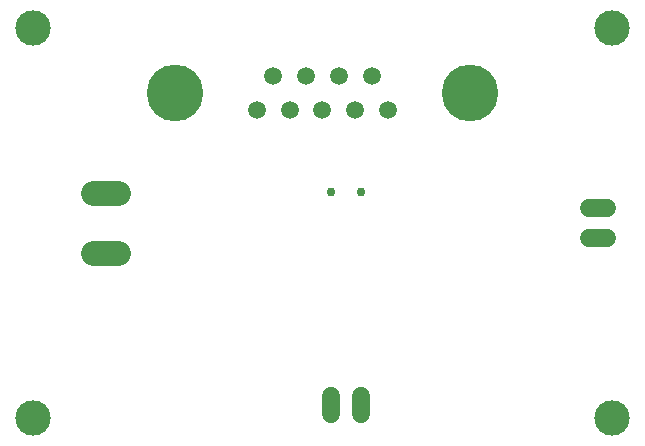
<source format=gbs>
G75*
%MOIN*%
%OFA0B0*%
%FSLAX25Y25*%
%IPPOS*%
%LPD*%
%AMOC8*
5,1,8,0,0,1.08239X$1,22.5*
%
%ADD10C,0.05906*%
%ADD11C,0.18898*%
%ADD12C,0.11811*%
%ADD13C,0.06000*%
%ADD14C,0.08250*%
%ADD15C,0.02953*%
D10*
X0116744Y0153409D03*
X0127649Y0153409D03*
X0138555Y0153409D03*
X0149460Y0153409D03*
X0160366Y0153409D03*
X0154913Y0164591D03*
X0144007Y0164591D03*
X0133102Y0164591D03*
X0122196Y0164591D03*
D11*
X0089362Y0159000D03*
X0187748Y0159000D03*
D12*
X0042098Y0050748D03*
X0042098Y0180669D03*
X0235011Y0180669D03*
X0235011Y0050748D03*
D13*
X0233350Y0110709D02*
X0227350Y0110709D01*
X0227350Y0120709D02*
X0233350Y0120709D01*
X0151350Y0058000D02*
X0151350Y0052000D01*
X0141350Y0052000D02*
X0141350Y0058000D01*
D14*
X0070475Y0105709D02*
X0062225Y0105709D01*
X0062225Y0125709D02*
X0070475Y0125709D01*
D15*
X0141350Y0126000D03*
X0151350Y0126000D03*
M02*

</source>
